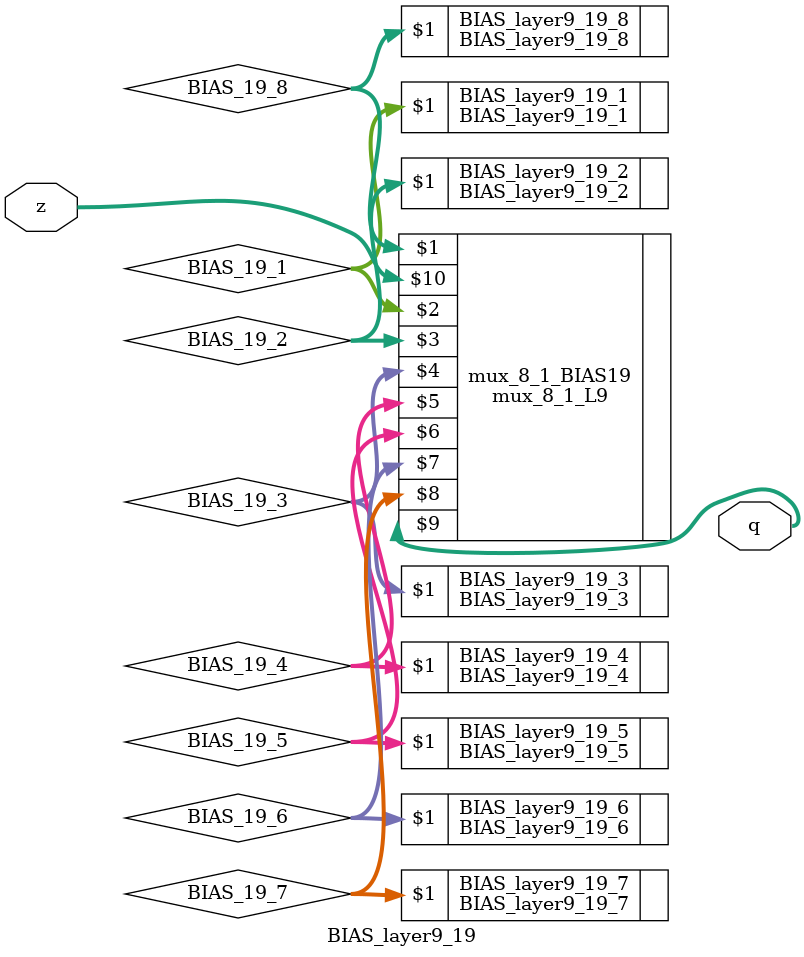
<source format=v>
module BIAS_layer9_19 #(parameter N_adder_tree=16)(q,z);
input  wire	[2:0]				  z;
output wire [N_adder_tree*18-1:0] q;


wire [N_adder_tree*18-1:0] BIAS_19_1;
wire [N_adder_tree*18-1:0] BIAS_19_2;
wire [N_adder_tree*18-1:0] BIAS_19_3;
wire [N_adder_tree*18-1:0] BIAS_19_4;
wire [N_adder_tree*18-1:0] BIAS_19_5;
wire [N_adder_tree*18-1:0] BIAS_19_6;
wire [N_adder_tree*18-1:0] BIAS_19_7;
wire [N_adder_tree*18-1:0] BIAS_19_8;


mux_8_1_L9 #(N_adder_tree) mux_8_1_BIAS19 (BIAS_19_8,BIAS_19_1,BIAS_19_2,BIAS_19_3,BIAS_19_4,BIAS_19_5,BIAS_19_6,BIAS_19_7,q,z);

BIAS_layer9_19_1 #(N_adder_tree) BIAS_layer9_19_1 (BIAS_19_1);
BIAS_layer9_19_2 #(N_adder_tree) BIAS_layer9_19_2 (BIAS_19_2);
BIAS_layer9_19_3 #(N_adder_tree) BIAS_layer9_19_3 (BIAS_19_3);
BIAS_layer9_19_4 #(N_adder_tree) BIAS_layer9_19_4 (BIAS_19_4);
BIAS_layer9_19_5 #(N_adder_tree) BIAS_layer9_19_5 (BIAS_19_5);
BIAS_layer9_19_6 #(N_adder_tree) BIAS_layer9_19_6 (BIAS_19_6);
BIAS_layer9_19_7 #(N_adder_tree) BIAS_layer9_19_7 (BIAS_19_7);
BIAS_layer9_19_8 #(N_adder_tree) BIAS_layer9_19_8 (BIAS_19_8);


endmodule
</source>
